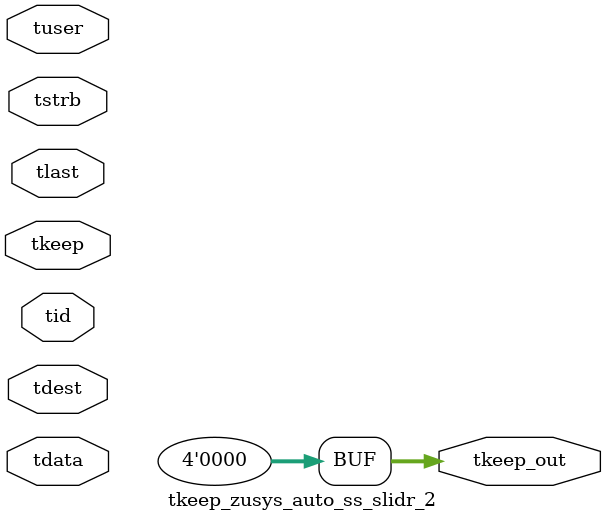
<source format=v>


`timescale 1ps/1ps

module tkeep_zusys_auto_ss_slidr_2 #
(
parameter C_S_AXIS_TDATA_WIDTH = 32,
parameter C_S_AXIS_TUSER_WIDTH = 0,
parameter C_S_AXIS_TID_WIDTH   = 0,
parameter C_S_AXIS_TDEST_WIDTH = 0,
parameter C_M_AXIS_TDATA_WIDTH = 32
)
(
input  [(C_S_AXIS_TDATA_WIDTH == 0 ? 1 : C_S_AXIS_TDATA_WIDTH)-1:0     ] tdata,
input  [(C_S_AXIS_TUSER_WIDTH == 0 ? 1 : C_S_AXIS_TUSER_WIDTH)-1:0     ] tuser,
input  [(C_S_AXIS_TID_WIDTH   == 0 ? 1 : C_S_AXIS_TID_WIDTH)-1:0       ] tid,
input  [(C_S_AXIS_TDEST_WIDTH == 0 ? 1 : C_S_AXIS_TDEST_WIDTH)-1:0     ] tdest,
input  [(C_S_AXIS_TDATA_WIDTH/8)-1:0 ] tkeep,
input  [(C_S_AXIS_TDATA_WIDTH/8)-1:0 ] tstrb,
input                                                                    tlast,
output [(C_M_AXIS_TDATA_WIDTH/8)-1:0 ] tkeep_out
);

assign tkeep_out = {1'b0};

endmodule


</source>
